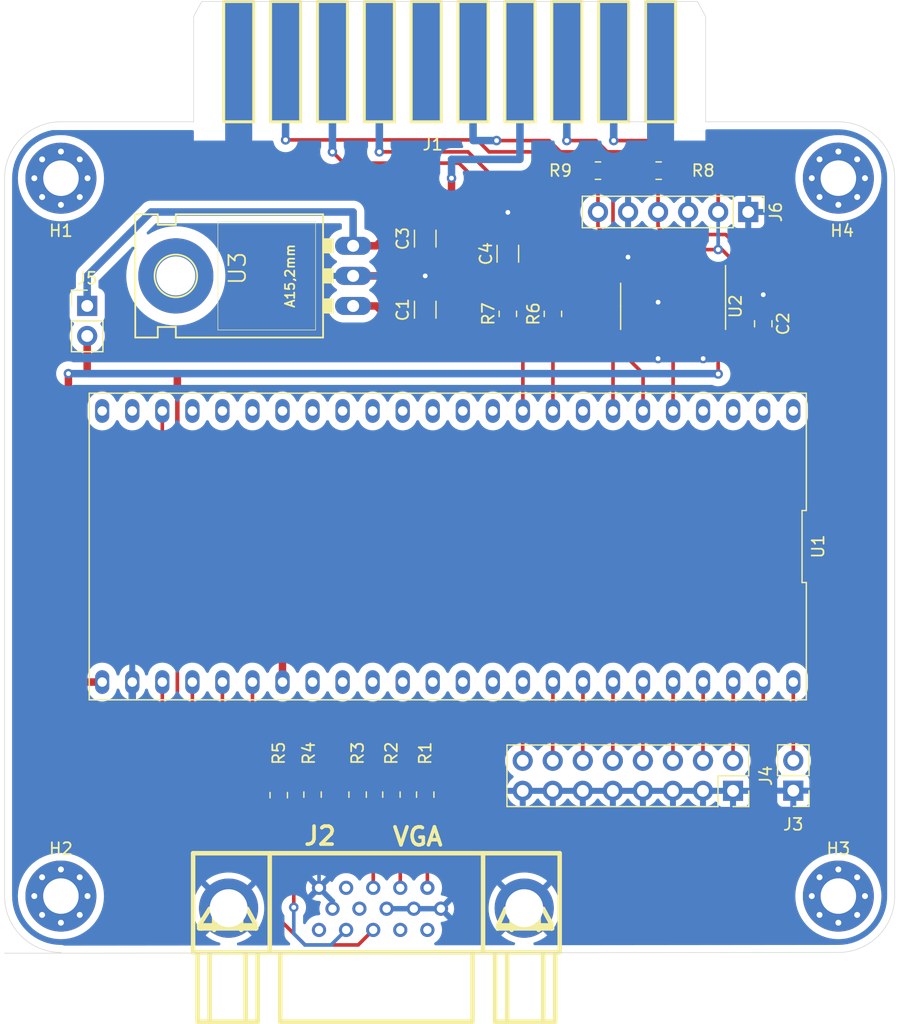
<source format=kicad_pcb>
(kicad_pcb (version 20221018) (generator pcbnew)
  (title_block (date "2022-07-04"))
  (layers (0 "F.Cu" signal) (31 "B.Cu" signal) (34 "B.Paste" user) (35 "F.Paste" user) (36 "B.SilkS" user "B.Silkscreen") (37 "F.SilkS" user "F.Silkscreen") (38 "B.Mask" user) (39 "F.Mask" user) (44 "Edge.Cuts" user))
  (net 0 "")
  (net 1 "+5V")
  (net 2 "GND")
  (net 3 "+3V3")
  (net 4 "Net-(J2-Pad1)")
  (net 5 "Net-(J2-Pad2)")
  (net 6 "Net-(J2-Pad3)")
  (net 11 "Net-(J2-Pad13)")
  (net 12 "Net-(J2-Pad14)")
  (net 28 "VIDEO2")
  (net 29 "VGA_RED")
  (net 30 "VGA_GREEN")
  (net 31 "VGA_BLUE")
  (net 32 "VGA_HSYNC")
  (net 33 "VGA_VSYNC")
  (net 38 "Net-(R8-Pad1)")
  (net 44 "VSYNC")
  (net 45 "VIDEO")
  (net 46 "HSYNC")
  (net 47 "HSYNCX")
  (net 48 "VIDEOX")
  (net 49 "VSYNCX")
  (net 53 "+12V")
  (net 54 "Net-(J3-Pad2)")
  (net 55 "Net-(J4-Pad2)")
  (net 56 "Net-(J4-Pad4)")
  (net 57 "Net-(J4-Pad6)")
  (net 58 "Net-(J4-Pad8)")
  (net 59 "Net-(J4-Pad10)")
  (net 60 "Net-(J4-Pad12)")
  (net 61 "Net-(J4-Pad14)")
  (net 62 "Net-(J4-Pad16)")
  (net 63 "Net-(J5-Pad2)")
  (net 64 "WIPER")
  (net 65 "POT")
  (net 66 "Net-(R7-Pad1)")
  (net 67 "Net-(R6-Pad1)")
  (footprint "Capacitor_SMD:C_1206_3216Metric_Pad1.33x1.80mm_HandSolder" (layer "F.Cu") (at 130.81 54.3175 -90)
    (fp_text reference "C3")
    (fp_text value "10u")
  )
  (footprint "Resistor_SMD:R_0805_2012Metric_Pad1.20x1.40mm_HandSolder" (layer "F.Cu") (at 145.415 48.5775 180)
    (fp_text reference "R9")
    (fp_text value "0")
  )
  (footprint "Package_SO:SO-14_3.9x8.65mm_P1.27mm" (layer "F.Cu") (at 151.765 60.04 -90)
    (fp_text reference "U2")
    (fp_text value "74LVC125")
  )
  (footprint "Resistor_SMD:R_0805_2012Metric_Pad1.20x1.40mm_HandSolder" (layer "F.Cu") (at 118.4275 101.33 -90)
    (fp_text reference "R5")
    (fp_text value "200")
  )
  (footprint "Capacitor_SMD:C_1206_3216Metric_Pad1.33x1.80mm_HandSolder" (layer "F.Cu") (at 137.795 55.595 90)
    (fp_text reference "C4")
    (fp_text value "1u")
  )
  (footprint "TRS-IO-M1:DB_15F-VGA" (layer "F.Cu") (at 126.6825 113.3475)
    (fp_text reference "J2")
    (fp_text value "VGA")
  )
  (footprint "MountingHole:MountingHole_3mm_Pad_Via" (layer "F.Cu") (at 165.735 109.855)
    (fp_text reference "H3")
    (fp_text value "MountingHole")
  )
  (footprint "Capacitor_SMD:C_0805_2012Metric_Pad1.18x1.45mm_HandSolder" (layer "F.Cu") (at 159.385 61.51 -90)
    (fp_text reference "C2")
    (fp_text value "0.1uF")
  )
  (footprint "Resistor_SMD:R_0805_2012Metric_Pad1.20x1.40mm_HandSolder" (layer "F.Cu") (at 137.795 60.675 90)
    (fp_text reference "R7")
    (fp_text value "1k")
  )
  (footprint "Resistor_SMD:R_0805_2012Metric_Pad1.20x1.40mm_HandSolder" (layer "F.Cu") (at 125.095 101.2825 -90)
    (fp_text reference "R3")
    (fp_text value "200")
  )
  (footprint "TRS-IO-M1:TRSVID10" (layer "F.Cu") (at 115.04295 39.37 180)
    (fp_text reference "J1")
    (fp_text value "VIDEO IN")
    (fp_line (start -39.4716 -5.08) (end -39.4716 3.81) (stroke (width 0.05)) (layer "Edge.Cuts"))
    (fp_line (start -39.4716 3.81) (end -38.7858 5.08) (stroke (width 0.05)) (layer "Edge.Cuts"))
    (fp_line (start -38.7858 5.08) (end -34.3916 5.08) (stroke (width 0.05)) (layer "Edge.Cuts"))
    (fp_line (start -34.3916 -5.08) (end -32.9692 -5.08) (stroke (width 0.05)) (layer "Edge.Cuts"))
    (fp_line (start -34.3916 5.08) (end -34.3916 -5.08) (stroke (width 0.05)) (layer "Edge.Cuts"))
    (fp_line (start -32.9692 -5.08) (end -32.9692 5.08) (stroke (width 0.05)) (layer "Edge.Cuts"))
    (fp_line (start -32.9692 5.08) (end 3.1242 5.08) (stroke (width 0.05)) (layer "Edge.Cuts"))
    (fp_line (start 3.1242 5.08) (end 3.81 3.81) (stroke (width 0.05)) (layer "Edge.Cuts"))
    (fp_line (start 3.81 3.81) (end 3.81 -5.08) (stroke (width 0.05)) (layer "Edge.Cuts"))
  )
  (footprint "Connector_PinHeader_2.54mm:PinHeader_1x02_P2.54mm_Vertical" (layer "F.Cu") (at 161.925 100.95001 180)
    (fp_text reference "J3")
    (fp_text value "Test")
  )
  (footprint "Resistor_SMD:R_0805_2012Metric_Pad1.20x1.40mm_HandSolder" (layer "F.Cu") (at 150.5425 48.5775 180)
    (fp_text reference "R8")
    (fp_text value "0")
  )
  (footprint "Connector_PinSocket_2.54mm:PinSocket_2x08_P2.54mm_Vertical" (layer "F.Cu") (at 156.83 100.96501 -90)
    (fp_text reference "J4")
    (fp_text value "Test8")
  )
  (footprint "MountingHole:MountingHole_3mm_Pad_Via" (layer "F.Cu") (at 100.01599 49.21599)
    (fp_text reference "H1")
    (fp_text value "MountingHole")
  )
  (footprint "Resistor_SMD:R_0805_2012Metric_Pad1.20x1.40mm_HandSolder" (layer "F.Cu") (at 127.9525 101.2825 -90)
    (fp_text reference "R2")
    (fp_text value "200")
  )
  (footprint "Capacitor_SMD:C_1206_3216Metric_Pad1.33x1.80mm_HandSolder" (layer "F.Cu") (at 130.81 60.325 90)
    (fp_text reference "C1")
    (fp_text value "10u")
  )
  (footprint "Resistor_SMD:R_0805_2012Metric_Pad1.20x1.40mm_HandSolder" (layer "F.Cu") (at 141.605 60.675 90)
    (fp_text reference "R6")
    (fp_text value "1k")
  )
  (footprint "MountingHole:MountingHole_3mm_Pad_Via" (layer "F.Cu") (at 100.0125 109.855)
    (fp_text reference "H2")
    (fp_text value "MountingHole")
  )
  (footprint "Resistor_SMD:R_0805_2012Metric_Pad1.20x1.40mm_HandSolder" (layer "F.Cu") (at 130.81 101.2825 -90)
    (fp_text reference "R1")
    (fp_text value "200")
  )
  (footprint "TRS-80-M3-VID:78XXL" (layer "F.Cu") (at 120.904 57.4675 90)
    (fp_text reference "U3")
    (fp_text value "L7805")
  )
  (footprint "MountingHole:MountingHole_3mm_Pad_Via" (layer "F.Cu") (at 165.735 49.2125)
    (fp_text reference "H4")
    (fp_text value "MountingHole")
  )
  (footprint "Connector_PinHeader_2.54mm:PinHeader_1x06_P2.54mm_Vertical" (layer "F.Cu") (at 158.115 52.07 -90)
    (fp_text reference "J6")
    (fp_text value "Video")
  )
  (footprint "Resistor_SMD:R_0805_2012Metric_Pad1.20x1.40mm_HandSolder" (layer "F.Cu") (at 121.285 101.2825 -90)
    (fp_text reference "R4")
    (fp_text value "200")
  )
  (footprint "Connector_PinHeader_2.54mm:PinHeader_1x02_P2.54mm_Vertical" (layer "F.Cu") (at 102.235 60.0025)
    (fp_text reference "J5")
    (fp_text value "5V")
  )
  (footprint "TRS-IO-M1:DIP-48_W22.9mm" (layer "F.Cu") (at 132.715 80.3275 180)
    (fp_text reference "U1")
    (fp_text value "Tango_Nano_9K")
  )
  (gr_line (start 154.51455 44.45) (end 165.735 44.45) (stroke (width 0.05)) (layer "Edge.Cuts"))
  (gr_line (start 165.735 114.6175) (end 95.25 114.681) (stroke (width 0.05)) (layer "Edge.Cuts"))
  (gr_line (start 95.25 109.855) (end 95.25 49.2125) (stroke (width 0.05)) (layer "Edge.Cuts"))
  (gr_arc (start 95.25 49.2125) (mid 96.644904 45.844904) (end 100.0125 44.45) (stroke (width 0.05)) (layer "Edge.Cuts"))
  (gr_line (start 170.4975 49.2125) (end 170.4975 109.855) (stroke (width 0.05)) (layer "Edge.Cuts"))
  (gr_arc (start 170.4975 109.855) (mid 169.102596 113.222596) (end 165.735 114.6175) (stroke (width 0.05)) (layer "Edge.Cuts"))
  (gr_arc (start 165.735 44.45) (mid 169.102596 45.844904) (end 170.4975 49.2125) (stroke (width 0.05)) (layer "Edge.Cuts"))
  (gr_line (start 100.0125 44.45) (end 111.23295 44.45) (stroke (width 0.05)) (layer "Edge.Cuts"))
  (gr_arc (start 100.0125 114.6175) (mid 96.644904 113.222596) (end 95.25 109.855) (stroke (width 0.05)) (layer "Edge.Cuts"))
  (segment (start 128.854987 52.755013) (end 130.81 52.755013) (width 0.635) (layer "F.Cu") (net 1))
  (segment (start 126.6825 54.9275) (end 128.854987 52.755013) (width 0.635) (layer "F.Cu") (net 1))
  (segment (start 124.714 54.9275) (end 126.6825 54.9275) (width 0.635) (layer "F.Cu") (net 1))
  (segment (start 102.235 60.002496) (end 102.235 57.4675) (width 0.635) (layer "B.Cu") (net 1))
  (segment (start 102.235 57.4675) (end 107.6325 52.07) (width 0.635) (layer "B.Cu") (net 1))
  (segment (start 107.6325 52.07) (end 124.714 52.07) (width 0.635) (layer "B.Cu") (net 1))
  (segment (start 124.714 52.07) (end 124.714 54.9275) (width 0.635) (layer "B.Cu") (net 1))
  (segment (start 151.765 59.055) (end 151.13 59.69) (width 0.3048) (layer "F.Cu") (net 2))
  (segment (start 130.81 55.88) (end 130.81 57.4675) (width 0.635) (layer "F.Cu") (net 2))
  (segment (start 154.305 59.055) (end 151.765 59.055) (width 0.3048) (layer "F.Cu") (net 2))
  (segment (start 147.955 57.565) (end 147.955 55.88) (width 0.3048) (layer "F.Cu") (net 2))
  (segment (start 151.765 59.055) (end 151.765 57.565) (width 0.3048) (layer "F.Cu") (net 2))
  (segment (start 124.714 57.4675) (end 130.81 57.4675) (width 0.635) (layer "F.Cu") (net 2))
  (segment (start 151.13 59.69) (end 150.495 59.69) (width 0.3048) (layer "F.Cu") (net 2))
  (segment (start 154.305 57.565) (end 154.305 59.055) (width 0.3048) (layer "F.Cu") (net 2))
  (segment (start 155.575 59.055) (end 154.305 59.055) (width 0.3048) (layer "F.Cu") (net 2))
  (segment (start 159.385 60.4725) (end 159.385 59.055) (width 0.3048) (layer "F.Cu") (net 2))
  (segment (start 154.305 62.515) (end 154.305 64.4525) (width 0.3048) (layer "F.Cu") (net 2))
  (segment (start 130.81 57.4675) (end 130.81 58.762494) (width 0.635) (layer "F.Cu") (net 2))
  (segment (start 150.495 62.515) (end 150.495 64.4525) (width 0.3048) (layer "F.Cu") (net 2))
  (segment (start 137.795 54.0325) (end 137.795 52.1025) (width 0.3048) (layer "F.Cu") (net 2))
  (segment (start 155.575 57.565) (end 155.575 59.055) (width 0.3048) (layer "F.Cu") (net 2))
  (via (at 147.955 55.88) (size 0.8) (drill 0.4) (layers "F.Cu" "B.Cu") (net 2))
  (via (at 130.81 57.4675) (size 0.8) (drill 0.4) (layers "F.Cu" "B.Cu") (net 2))
  (via (at 150.495 64.4525) (size 0.8) (drill 0.4) (layers "F.Cu" "B.Cu") (net 2))
  (via (at 137.795 52.1025) (size 0.8) (drill 0.4) (layers "F.Cu" "B.Cu") (net 2))
  (via (at 154.305 64.4525) (size 0.8) (drill 0.4) (layers "F.Cu" "B.Cu") (net 2))
  (via (at 150.495 59.69) (size 0.8) (drill 0.4) (layers "F.Cu" "B.Cu") (net 2))
  (via (at 159.385 59.055) (size 0.8) (drill 0.4) (layers "F.Cu" "B.Cu") (net 2))
  (segment (start 147.955 52.07) (end 147.955 47.625) (width 0.3048) (layer "B.Cu") (net 2))
  (segment (start 153.035 47.625) (end 154.94 47.625) (width 0.635) (layer "B.Cu") (net 2))
  (segment (start 158.115 53.975) (end 159.385 55.245) (width 0.3048) (layer "B.Cu") (net 2))
  (segment (start 133.35 106.3625) (end 161.925 106.3625) (width 0.635) (layer "B.Cu") (net 2))
  (segment (start 111.252 107.93984) (end 111.252 106.3625) (width 0.3048) (layer "B.Cu") (net 2))
  (segment (start 147.955 59.055) (end 147.955 55.88) (width 0.3048) (layer "B.Cu") (net 2))
  (segment (start 150.495 59.69) (end 150.495 59.055) (width 0.3048) (layer "B.Cu") (net 2))
  (segment (start 153.035 52.07) (end 153.035 47.625) (width 0.3048) (layer "B.Cu") (net 2))
  (segment (start 140.9065 49.276) (end 140.9065 47.6885) (width 0.635) (layer "B.Cu") (net 2))
  (segment (start 137.795 49.3395) (end 137.8585 49.276) (width 0.3048) (layer "B.Cu") (net 2))
  (segment (start 103.251 103.5685) (end 106.045 106.3625) (width 0.635) (layer "B.Cu") (net 2))
  (segment (start 161.925 100.95001) (end 161.925 106.045) (width 0.3048) (layer "B.Cu") (net 2))
  (segment (start 106.045 106.3625) (end 133.35 106.3625) (width 0.635) (layer "B.Cu") (net 2))
  (segment (start 140.97 47.625) (end 144.78 47.625) (width 0.635) (layer "B.Cu") (net 2))
  (segment (start 154.305 64.4525) (end 154.305 59.055) (width 0.3048) (layer "B.Cu") (net 2))
  (segment (start 158.115 52.07) (end 158.115 47.625) (width 0.3048) (layer "B.Cu") (net 2))
  (segment (start 133.35 109.71022) (end 133.35 106.3625) (width 0.3048) (layer "B.Cu") (net 2))
  (segment (start 107.315 48.5775) (end 130.81 48.5775) (width 0.635) (layer "B.Cu") (net 2))
  (segment (start 103.251 103.505) (end 97.4725 97.7265) (width 0.635) (layer "B.Cu") (net 2))
  (segment (start 147.955 47.625) (end 153.035 47.625) (width 0.635) (layer "B.Cu") (net 2))
  (segment (start 142.24 107.823) (end 142.24 106.3625) (width 0.3048) (layer "B.Cu") (net 2))
  (segment (start 137.795 52.1025) (end 137.795 49.3395) (width 0.3048) (layer "B.Cu") (net 2))
  (segment (start 139.049989 100.965021) (end 139.049989 106.029989) (width 0.3048) (layer "B.Cu") (net 2))
  (segment (start 115.04295 39.37) (end 115.04295 48.26) (width 2.286) (layer "B.Cu") (net 2))
  (segment (start 159.385 59.055) (end 150.495 59.055) (width 0.3048) (layer "B.Cu") (net 2))
  (segment (start 121.83364 109.1571) (end 121.83364 106.3625) (width 0.3048) (layer "B.Cu") (net 2))
  (segment (start 156.829989 100.965) (end 139.049989 100.965) (width 0.3048) (layer "B.Cu") (net 2))
  (segment (start 97.4725 58.42) (end 107.315 48.5775) (width 0.635) (layer "B.Cu") (net 2))
  (segment (start 144.78 47.625) (end 147.955 47.625) (width 0.635) (layer "B.Cu") (net 2))
  (segment (start 150.495 64.4525) (end 150.495 59.69) (width 0.3048) (layer "B.Cu") (net 2))
  (segment (start 154.94 47.625) (end 158.115 47.625) (width 0.635) (layer "B.Cu") (net 2))
  (segment (start 142.22984 107.823) (end 142.24 107.823) (width 0.25) (layer "B.Cu") (net 2))
  (segment (start 106.045 91.77749) (end 106.045 106.3625) (width 0.635) (layer "B.Cu") (net 2))
  (segment (start 127.5461 110.9218) (end 132.13842 110.9218) (width 0.4572) (layer "B.Cu") (net 2))
  (segment (start 122.9741 110.9218) (end 122.9741 110.29757) (width 0.4572) (layer "B.Cu") (net 2))
  (segment (start 134.62 50.8) (end 130.81 50.8) (width 0.635) (layer "B.Cu") (net 2))
  (segment (start 140.97 47.625) (end 141.605 47.625) (width 0.3048) (layer "B.Cu") (net 2))
  (segment (start 150.495 59.055) (end 147.955 59.055) (width 0.3048) (layer "B.Cu") (net 2))
  (segment (start 159.385 59.055) (end 159.385 55.245) (width 0.3048) (layer "B.Cu") (net 2))
  (segment (start 97.4725 97.7265) (end 97.4725 58.42) (width 0.635) (layer "B.Cu") (net 2))
  (segment (start 139.05 105.0775) (end 139.065 105.0925) (width 0.25) (layer "B.Cu") (net 2))
  (segment (start 134.62 49.276) (end 134.62 50.8) (width 0.635) (layer "B.Cu") (net 2))
  (segment (start 140.9065 49.276) (end 137.8585 49.276) (width 0.635) (layer "B.Cu") (net 2))
  (segment (start 150.70455 47.3075) (end 150.70455 39.37) (width 2.286) (layer "B.Cu") (net 2))
  (segment (start 130.81 48.5775) (end 130.81 50.8) (width 0.635) (layer "B.Cu") (net 2))
  (segment (start 137.8585 49.276) (end 134.6835 49.276) (width 0.635) (layer "B.Cu") (net 2))
  (segment (start 158.115 52.07) (end 158.115 53.975) (width 0.3048) (layer "B.Cu") (net 2))
  (segment (start 132.13842 110.9218) (end 133.35 109.71022) (width 0.3048) (layer "B.Cu") (net 2))
  (segment (start 140.9065 47.6885) (end 140.97 47.625) (width 0.635) (layer "B.Cu") (net 2))
  (segment (start 139.17676 110.87608) (end 142.22984 107.823) (width 0.25) (layer "B.Cu") (net 2))
  (segment (start 140.97 49.3395) (end 140.9065 49.276) (width 0.3048) (layer "B.Cu") (net 2))
  (segment (start 130.81 50.8) (end 130.81 57.4675) (width 0.635) (layer "B.Cu") (net 2))
  (segment (start 122.9741 110.29757) (end 121.83364 109.15711) (width 0.4572) (layer "B.Cu") (net 2))
  (segment (start 114.18824 110.87608) (end 111.252 107.93984) (width 0.25) (layer "B.Cu") (net 2))
  (segment (start 155.575 62.515) (end 155.575 65.755) (width 0.3048) (layer "F.Cu") (net 3))
  (segment (start 100.6475 65.7225) (end 100.6475 91.7575) (width 0.635) (layer "F.Cu") (net 3))
  (segment (start 100.6675 91.7775) (end 103.505 91.7775) (width 0.635) (layer "F.Cu") (net 3))
  (segment (start 155.575 62.515) (end 159.3525 62.515) (width 0.3048) (layer "F.Cu") (net 3))
  (segment (start 100.6475 91.7575) (end 100.6675 91.7775) (width 0.635) (layer "F.Cu") (net 3))
  (via (at 100.6475 65.7225) (size 0.8) (drill 0.4) (layers "F.Cu" "B.Cu") (net 3))
  (via (at 155.575 65.755) (size 0.8) (drill 0.4) (layers "F.Cu" "B.Cu") (net 3))
  (segment (start 155.5675 65.7225) (end 100.6475 65.7225) (width 0.635) (layer "B.Cu") (net 3))
  (segment (start 130.99288 109.1571) (end 130.99288 102.46538) (width 0.3048) (layer "F.Cu") (net 4))
  (segment (start 127.9525 104.14) (end 127.9525 102.2825) (width 0.3048) (layer "F.Cu") (net 5))
  (segment (start 128.7018 109.1571) (end 128.7018 104.8893) (width 0.3048) (layer "F.Cu") (net 5))
  (segment (start 128.7018 104.8893) (end 127.9525 104.14) (width 0.3048) (layer "F.Cu") (net 5))
  (segment (start 125.095 104.14) (end 125.095 102.2825) (width 0.3048) (layer "F.Cu") (net 6))
  (segment (start 126.4158 109.1571) (end 126.4158 105.4608) (width 0.3048) (layer "F.Cu") (net 6))
  (segment (start 126.4158 105.4608) (end 125.095 104.14) (width 0.3048) (layer "F.Cu") (net 6))
  (segment (start 125.14386 113.9825) (end 126.41326 112.7131) (width 0.3048) (layer "F.Cu") (net 11))
  (segment (start 118.4275 102.33) (end 118.4275 111.76) (width 0.3048) (layer "F.Cu") (net 11))
  (segment (start 118.4275 111.76) (end 120.65 113.9825) (width 0.3048) (layer "F.Cu") (net 11))
  (segment (start 120.65 113.9825) (end 125.14386 113.9825) (width 0.3048) (layer "F.Cu") (net 11))
  (segment (start 119.6975 105.7275) (end 121.285 104.14) (width 0.3048) (layer "F.Cu") (net 12))
  (segment (start 121.285 104.14) (end 121.285 102.2825) (width 0.3048) (layer "F.Cu") (net 12))
  (segment (start 119.6975 110.8075) (end 119.6975 105.7275) (width 0.3048) (layer "F.Cu") (net 12))
  (via (at 119.6975 110.8075) (size 0.8) (drill 0.4) (layers "F.Cu" "B.Cu") (net 12))
  (segment (start 119.6975 113.03) (end 119.6975 110.8075) (width 0.3048) (layer "B.Cu") (net 12))
  (segment (start 122.8725 113.96278) (end 122.8725 113.9825) (width 0.3048) (layer "B.Cu") (net 12))
  (segment (start 124.12218 112.7131) (end 122.8725 113.96278) (width 0.3048) (layer "B.Cu") (net 12))
  (segment (start 122.8725 113.9825) (end 120.65 113.9825) (width 0.3048) (layer "B.Cu") (net 12))
  (segment (start 120.65 113.9825) (end 119.6975 113.03) (width 0.3048) (layer "B.Cu") (net 12))
  (segment (start 140.6525 46.99) (end 142.24 48.5775) (width 0.3048) (layer "F.Cu") (net 28))
  (segment (start 142.24 48.5775) (end 144.415 48.5775) (width 0.3048) (layer "F.Cu") (net 28))
  (segment (start 136.2075 46.99) (end 140.6525 46.99) (width 0.3048) (layer "F.Cu") (net 28))
  (segment (start 119.00535 45.98035) (end 135.255 45.98035) (width 0.3048) (layer "F.Cu") (net 28))
  (segment (start 135.255 46.0375) (end 136.2075 46.99) (width 0.3048) (layer "F.Cu") (net 28))
  (via (at 119.00535 45.98035) (size 0.8) (drill 0.4) (layers "F.Cu" "B.Cu") (net 28))
  (segment (start 119.00535 39.37) (end 119.00535 45.98035) (width 0.635) (layer "B.Cu") (net 28))
  (segment (start 116.205 93.6625) (end 116.205 91.7775) (width 0.3048) (layer "F.Cu") (net 29))
  (segment (start 130.81 100.2825) (end 130.81 99.3775) (width 0.3048) (layer "F.Cu") (net 29))
  (segment (start 117.475 94.9325) (end 116.205 93.6625) (width 0.3048) (layer "F.Cu") (net 29))
  (segment (start 126.365 94.9325) (end 117.475 94.9325) (width 0.3048) (layer "F.Cu") (net 29))
  (segment (start 130.81 99.3775) (end 126.365 94.9325) (width 0.3048) (layer "F.Cu") (net 29))
  (segment (start 113.665 93.6625) (end 113.665 91.7775) (width 0.3048) (layer "F.Cu") (net 30))
  (segment (start 124.46 95.885) (end 115.8875 95.885) (width 0.3048) (layer "F.Cu") (net 30))
  (segment (start 115.8875 95.885) (end 113.665 93.6625) (width 0.3048) (layer "F.Cu") (net 30))
  (segment (start 127.9525 99.3775) (end 124.46 95.885) (width 0.3048) (layer "F.Cu") (net 30))
  (segment (start 127.9525 100.2825) (end 127.9525 99.3775) (width 0.3048) (layer "F.Cu") (net 30))
  (segment (start 125.095 100.2825) (end 125.095 99.3775) (width 0.3048) (layer "F.Cu") (net 31))
  (segment (start 125.095 99.3775) (end 122.555 96.8375) (width 0.3048) (layer "F.Cu") (net 31))
  (segment (start 111.125 93.6625) (end 111.125 91.7775) (width 0.3048) (layer "F.Cu") (net 31))
  (segment (start 122.555 96.8375) (end 114.3 96.8375) (width 0.3048) (layer "F.Cu") (net 31))
  (segment (start 114.3 96.8375) (end 111.125 93.6625) (width 0.3048) (layer "F.Cu") (net 31))
  (segment (start 113.03 98.7425) (end 117.7925 98.7425) (width 0.3048) (layer "F.Cu") (net 32))
  (segment (start 118.4275 99.3775) (end 118.4275 100.0125) (width 0.3048) (layer "F.Cu") (net 32))
  (segment (start 108.585 91.7775) (end 108.585 94.2975) (width 0.3048) (layer "F.Cu") (net 32))
  (segment (start 117.7925 98.7425) (end 118.4275 99.3775) (width 0.3048) (layer "F.Cu") (net 32))
  (segment (start 108.585 94.2975) (end 113.03 98.7425) (width 0.3048) (layer "F.Cu") (net 32))
  (segment (start 109.855 93.98) (end 109.855 81.915) (width 0.3048) (layer "F.Cu") (net 33))
  (segment (start 119.6975 97.79) (end 113.665 97.79) (width 0.3048) (layer "F.Cu") (net 33))
  (segment (start 109.855 81.915) (end 108.585 80.645) (width 0.3048) (layer "F.Cu") (net 33))
  (segment (start 108.585 80.645) (end 108.585 68.8775) (width 0.3048) (layer "F.Cu") (net 33))
  (segment (start 121.285 100.2825) (end 121.285 99.3775) (width 0.3048) (layer "F.Cu") (net 33))
  (segment (start 121.285 99.3775) (end 119.6975 97.79) (width 0.3048) (layer "F.Cu") (net 33))
  (segment (start 113.665 97.79) (end 109.855 93.98) (width 0.3048) (layer "F.Cu") (net 33))
  (segment (start 152.4 60.6425) (end 149.86 60.6425) (width 0.3048) (layer "F.Cu") (net 38))
  (segment (start 151.13 55.245) (end 155.575 55.245) (width 0.3048) (layer "F.Cu") (net 38))
  (segment (start 155.575 55.245) (end 155.8925 55.245) (width 0.3048) (layer "F.Cu") (net 38))
  (segment (start 146.685 48.5775) (end 146.685 53.34) (width 0.3048) (layer "F.Cu") (net 38))
  (segment (start 149.225 61.2775) (end 149.225 62.515) (width 0.3048) (layer "F.Cu") (net 38))
  (segment (start 155.8925 60.0075) (end 153.035 60.0075) (width 0.3048) (layer "F.Cu") (net 38))
  (segment (start 149.86 60.6425) (end 149.225 61.2775) (width 0.3048) (layer "F.Cu") (net 38))
  (segment (start 149.86 53.975) (end 151.13 55.245) (width 0.3048) (layer "F.Cu") (net 38))
  (segment (start 156.845 56.1975) (end 156.845 59.055) (width 0.3048) (layer "F.Cu") (net 38))
  (segment (start 146.685 53.34) (end 147.32 53.975) (width 0.3048) (layer "F.Cu") (net 38))
  (segment (start 155.8925 55.245) (end 156.845 56.1975) (width 0.3048) (layer "F.Cu") (net 38))
  (segment (start 147.32 53.975) (end 149.86 53.975) (width 0.3048) (layer "F.Cu") (net 38))
  (segment (start 153.67 48.5775) (end 155.575 50.4825) (width 0.3048) (layer "F.Cu") (net 38))
  (segment (start 153.035 60.0075) (end 152.4 60.6425) (width 0.3048) (layer "F.Cu") (net 38))
  (segment (start 155.575 50.4825) (end 155.575 52.07) (width 0.3048) (layer "F.Cu") (net 38))
  (segment (start 156.845 59.055) (end 155.8925 60.0075) (width 0.3048) (layer "F.Cu") (net 38))
  (segment (start 151.5425 48.5775) (end 153.67 48.5775) (width 0.3048) (layer "F.Cu") (net 38))
  (via (at 155.575 55.245) (size 0.8) (drill 0.4) (layers "F.Cu" "B.Cu") (net 38))
  (segment (start 155.575 52.07) (end 155.575 55.245) (width 0.3048) (layer "B.Cu") (net 38))
  (segment (start 157.7975 59.3725) (end 156.21 60.96) (width 0.3048) (layer "F.Cu") (net 44))
  (segment (start 151.13 53.975) (end 156.21 53.975) (width 0.3048) (layer "F.Cu") (net 44))
  (segment (start 149.5425 46.0375) (end 146.74215 46.0375) (width 0.3048) (layer "F.Cu") (net 44))
  (segment (start 150.495 46.99) (end 150.495 52.07) (width 0.3048) (layer "F.Cu") (net 44))
  (segment (start 156.21 60.96) (end 153.3525 60.96) (width 0.3048) (layer "F.Cu") (net 44))
  (segment (start 153.035 61.2775) (end 153.035 62.515) (width 0.3048) (layer "F.Cu") (net 44))
  (segment (start 157.7975 55.5625) (end 157.7975 59.3725) (width 0.3048) (layer "F.Cu") (net 44))
  (segment (start 150.495 52.07) (end 150.495 53.34) (width 0.3048) (layer "F.Cu") (net 44))
  (segment (start 150.495 53.34) (end 151.13 53.975) (width 0.3048) (layer "F.Cu") (net 44))
  (segment (start 156.21 53.975) (end 157.7975 55.5625) (width 0.3048) (layer "F.Cu") (net 44))
  (segment (start 153.3525 60.96) (end 153.035 61.2775) (width 0.3048) (layer "F.Cu") (net 44))
  (segment (start 149.5425 46.0375) (end 150.495 46.99) (width 0.3048) (layer "F.Cu") (net 44))
  (via (at 146.74215 46.0375) (size 0.8) (drill 0.4) (layers "F.Cu" "B.Cu") (net 44))
  (segment (start 146.74215 46.0375) (end 146.74215 39.37) (width 0.635) (layer "B.Cu") (net 44))
  (segment (start 146.195321 46.99) (end 145.242821 46.0375) (width 0.3048) (layer "F.Cu") (net 45))
  (segment (start 148.9075 46.99) (end 146.195321 46.99) (width 0.3048) (layer "F.Cu") (net 45))
  (segment (start 148.9075 46.99) (end 149.5425 47.625) (width 0.3048) (layer "F.Cu") (net 45))
  (segment (start 145.242821 46.0375) (end 142.77975 46.0375) (width 0.3048) (layer "F.Cu") (net 45))
  (segment (start 149.5425 47.625) (end 149.5425 48.5775) (width 0.3048) (layer "F.Cu") (net 45))
  (via (at 142.77975 46.0375) (size 0.8) (drill 0.4) (layers "F.Cu" "B.Cu") (net 45))
  (segment (start 142.77975 39.37) (end 142.77975 46.0375) (width 0.635) (layer "B.Cu") (net 45))
  (segment (start 149.5425 54.9275) (end 150.495 55.88) (width 0.3048) (layer "F.Cu") (net 46))
  (segment (start 145.415 53.34) (end 147.0025 54.9275) (width 0.3048) (layer "F.Cu") (net 46))
  (segment (start 147.0025 54.9275) (end 149.5425 54.9275) (width 0.3048) (layer "F.Cu") (net 46))
  (segment (start 141.2875 46.0375) (end 142.24 46.99) (width 0.3048) (layer "F.Cu") (net 46))
  (segment (start 145.415 52.07) (end 145.415 53.34) (width 0.3048) (layer "F.Cu") (net 46))
  (segment (start 142.24 46.99) (end 144.78 46.99) (width 0.3048) (layer "F.Cu") (net 46))
  (segment (start 136.8425 46.0375) (end 141.2875 46.0375) (width 0.3048) (layer "F.Cu") (net 46))
  (segment (start 144.78 46.99) (end 145.415 47.625) (width 0.3048) (layer "F.Cu") (net 46))
  (segment (start 150.495 55.88) (end 150.495 57.565) (width 0.3048) (layer "F.Cu") (net 46))
  (segment (start 145.415 47.625) (end 145.415 52.07) (width 0.3048) (layer "F.Cu") (net 46))
  (via (at 136.8425 46.0375) (size 0.8) (drill 0.4) (layers "F.Cu" "B.Cu") (net 46))
  (segment (start 134.85495 46.0375) (end 134.85495 39.37) (width 0.635) (layer "B.Cu") (net 46))
  (segment (start 136.8425 46.0375) (end 134.9375 46.0375) (width 0.635) (layer "B.Cu") (net 46))
  (segment (start 149.225 57.565) (end 149.225 59.055) (width 0.3048) (layer "F.Cu") (net 47))
  (segment (start 146.685 61.595) (end 146.685 68.8775) (width 0.3048) (layer "F.Cu") (net 47))
  (segment (start 149.225 59.055) (end 146.685 61.595) (width 0.3048) (layer "F.Cu") (net 47))
  (segment (start 147.955 62.515) (end 147.955 64.4525) (width 0.3048) (layer "F.Cu") (net 48))
  (segment (start 147.955 64.4525) (end 149.225 65.7225) (width 0.3048) (layer "F.Cu") (net 48))
  (segment (start 149.225 65.7225) (end 149.225 68.8775) (width 0.3048) (layer "F.Cu") (net 48))
  (segment (start 151.765 62.515) (end 151.765 68.8775) (width 0.3048) (layer "F.Cu") (net 49))
  (segment (start 126.6825 60.0075) (end 128.5875 61.9125) (width 0.635) (layer "F.Cu") (net 53))
  (segment (start 124.714 60.0075) (end 126.6825 60.0075) (width 0.635) (layer "F.Cu") (net 53))
  (segment (start 133.0325 61.887506) (end 130.81 61.887506) (width 0.635) (layer "F.Cu") (net 53))
  (segment (start 128.5875 61.9125) (end 130.785006 61.9125) (width 0.635) (layer "F.Cu") (net 53))
  (segment (start 133.0325 49.2125) (end 133.0325 61.9125) (width 0.635) (layer "F.Cu") (net 53))
  (via (at 133.0325 49.2125) (size 0.8) (drill 0.4) (layers "F.Cu" "B.Cu") (net 53))
  (segment (start 138.81735 39.37) (end 138.81735 47.625) (width 0.635) (layer "B.Cu") (net 53))
  (segment (start 133.0325 47.625) (end 138.7475 47.625) (width 0.635) (layer "B.Cu") (net 53))
  (segment (start 133.0325 47.625) (end 133.0325 49.2125) (width 0.635) (layer "B.Cu") (net 53))
  (segment (start 161.925 91.77749) (end 161.925 98.41001) (width 0.3048) (layer "F.Cu") (net 54))
  (segment (start 159.385 93.345) (end 156.829989 95.900011) (width 0.3048) (layer "F.Cu") (net 55))
  (segment (start 156.829989 95.880021) (end 156.829989 98.425) (width 0.3048) (layer "F.Cu") (net 55))
  (segment (start 159.385 91.77749) (end 159.385 93.345) (width 0.3048) (layer "F.Cu") (net 55))
  (segment (start 156.845 93.345) (end 154.289989 95.900011) (width 0.3048) (layer "F.Cu") (net 56))
  (segment (start 154.289989 95.880021) (end 154.289989 98.425) (width 0.3048) (layer "F.Cu") (net 56))
  (segment (start 156.845 91.77749) (end 156.845 93.345) (width 0.3048) (layer "F.Cu") (net 56))
  (segment (start 154.305 93.345) (end 151.749989 95.900011) (width 0.3048) (layer "F.Cu") (net 57))
  (segment (start 154.305 91.77749) (end 154.305 93.345) (width 0.3048) (layer "F.Cu") (net 57))
  (segment (start 151.749989 95.880021) (end 151.749989 98.425) (width 0.3048) (layer "F.Cu") (net 57))
  (segment (start 149.209989 95.880021) (end 149.209989 98.425) (width 0.3048) (layer "F.Cu") (net 58))
  (segment (start 151.765 91.77749) (end 151.765 93.345) (width 0.3048) (layer "F.Cu") (net 58))
  (segment (start 151.765 93.345) (end 149.209989 95.900011) (width 0.3048) (layer "F.Cu") (net 58))
  (segment (start 149.225 93.345) (end 146.669989 95.900011) (width 0.3048) (layer "F.Cu") (net 59))
  (segment (start 146.669989 95.880021) (end 146.669989 98.425) (width 0.3048) (layer "F.Cu") (net 59))
  (segment (start 149.225 91.77749) (end 149.225 93.345) (width 0.3048) (layer "F.Cu") (net 59))
  (segment (start 146.685 91.77749) (end 146.685 93.345) (width 0.3048) (layer "F.Cu") (net 60))
  (segment (start 144.129989 95.880021) (end 144.129989 98.425) (width 0.3048) (layer "F.Cu") (net 60))
  (segment (start 146.685 93.345) (end 144.129989 95.900011) (width 0.3048) (layer "F.Cu") (net 60))
  (segment (start 144.145 91.77749) (end 144.145 93.345) (width 0.3048) (layer "F.Cu") (net 61))
  (segment (start 144.145 93.345) (end 141.589989 95.900011) (width 0.3048) (layer "F.Cu") (net 61))
  (segment (start 141.589989 95.880021) (end 141.589989 98.425) (width 0.3048) (layer "F.Cu") (net 61))
  (segment (start 141.605 91.77749) (end 141.605 93.345) (width 0.3048) (layer "F.Cu") (net 62))
  (segment (start 139.049989 95.880021) (end 139.049989 98.425) (width 0.3048) (layer "F.Cu") (net 62))
  (segment (start 141.605 93.345) (end 139.049989 95.900011) (width 0.3048) (layer "F.Cu") (net 62))
  (segment (start 109.855 67.6275) (end 109.855 65.7225) (width 0.635) (layer "F.Cu") (net 63))
  (segment (start 109.855 79.375) (end 109.855 70.32625) (width 0.635) (layer "F.Cu") (net 63))
  (segment (start 118.745 88.5825) (end 109.855 79.6925) (width 0.635) (layer "F.Cu") (net 63))
  (segment (start 102.235 65.7225) (end 102.235 62.5425) (width 0.635) (layer "F.Cu") (net 63))
  (segment (start 109.855 70.32625) (end 109.855 67.78625) (width 0.381) (layer "F.Cu") (net 63))
  (segment (start 118.745 91.77749) (end 118.745 88.5825) (width 0.635) (layer "F.Cu") (net 63))
  (segment (start 109.855 65.7225) (end 102.235 65.7225) (width 0.635) (layer "F.Cu") (net 63))
  (segment (start 137.795 57.1575) (end 136.5 57.1575) (width 0.3048) (layer "F.Cu") (net 64))
  (segment (start 123.92025 47.9425) (end 122.96775 46.99) (width 0.3048) (layer "F.Cu") (net 64))
  (segment (start 133.6675 47.9425) (end 123.92025 47.9425) (width 0.3048) (layer "F.Cu") (net 64))
  (segment (start 135.255 55.9125) (end 135.255 49.53) (width 0.3048) (layer "F.Cu") (net 64))
  (segment (start 136.5 57.1575) (end 135.255 55.9125) (width 0.3048) (layer "F.Cu") (net 64))
  (segment (start 137.795 57.1825) (end 137.795 59.675) (width 0.3048) (layer "F.Cu") (net 64))
  (segment (start 135.255 49.53) (end 133.6675 47.9425) (width 0.3048) (layer "F.Cu") (net 64))
  (via (at 122.96775 46.99) (size 0.8) (drill 0.4) (layers "F.Cu" "B.Cu") (net 64))
  (segment (start 122.96775 39.37) (end 122.96775 46.99) (width 0.635) (layer "B.Cu") (net 64))
  (segment (start 126.93015 46.99) (end 134.426325 46.99) (width 0.3048) (layer "F.Cu") (net 65))
  (segment (start 134.426325 46.99) (end 141.605 54.168675) (width 0.3048) (layer "F.Cu") (net 65))
  (segment (start 141.605 54.168675) (end 141.605 59.675) (width 0.3048) (layer "F.Cu") (net 65))
  (via (at 126.93015 46.99) (size 0.8) (drill 0.4) (layers "F.Cu" "B.Cu") (net 65))
  (segment (start 126.93015 39.37) (end 126.93015 46.99) (width 0.635) (layer "B.Cu") (net 65))
  (segment (start 139.065 61.6275) (end 137.8425 61.6275) (width 0.3048) (layer "F.Cu") (net 66))
  (segment (start 139.065 68.91) (end 139.065 61.6275) (width 0.3048) (layer "F.Cu") (net 66))
  (segment (start 141.605 68.91) (end 141.605 61.675) (width 0.3048) (layer "F.Cu") (net 67))
  (zone (net 2) (net_name "GND") (layer "B.Cu") (connect_pads (clearance 0.635)) (min_thickness 0.254) (fill yes (thermal_gap 0.508) (thermal_bridge_width 0.508))
    (polygon (pts (xy 154.4955 46.0375) (xy 154.4955 45.0215) (xy 169.8625 45.0215) (xy 169.8625 114.173) (xy 95.885 114.173) (xy 95.885 45.1485) (xy 111.252 45.1485) (xy 111.252 46.0375)))
  )
)
</source>
